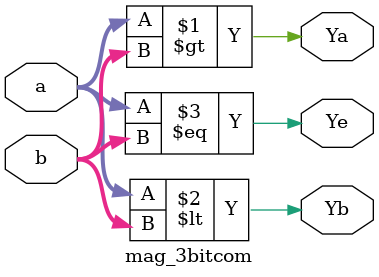
<source format=v>
/*module mag_3bitcom(Ya,Yb,Yc,Ye,a,b,c);
input a,b,c;
output Ya,Yb,Yc,Ye;
assign Ya=(a>b) && (a>c);
assign Yb=(b>a) && (b>c);
assign Yc=(c>a) && (c>b);
assign Ye=(a==b) && (b==c);
endmodule
*/
//for 2- 3bit comparison
module mag_3bitcom(Ya,Yb,Ye,a,b);
input [2:0] a,b;
output Ya,Yb,Ye;

assign Ya=(a>b);
assign Yb=(a<b);
assign Ye=(a==b);

endmodule

</source>
